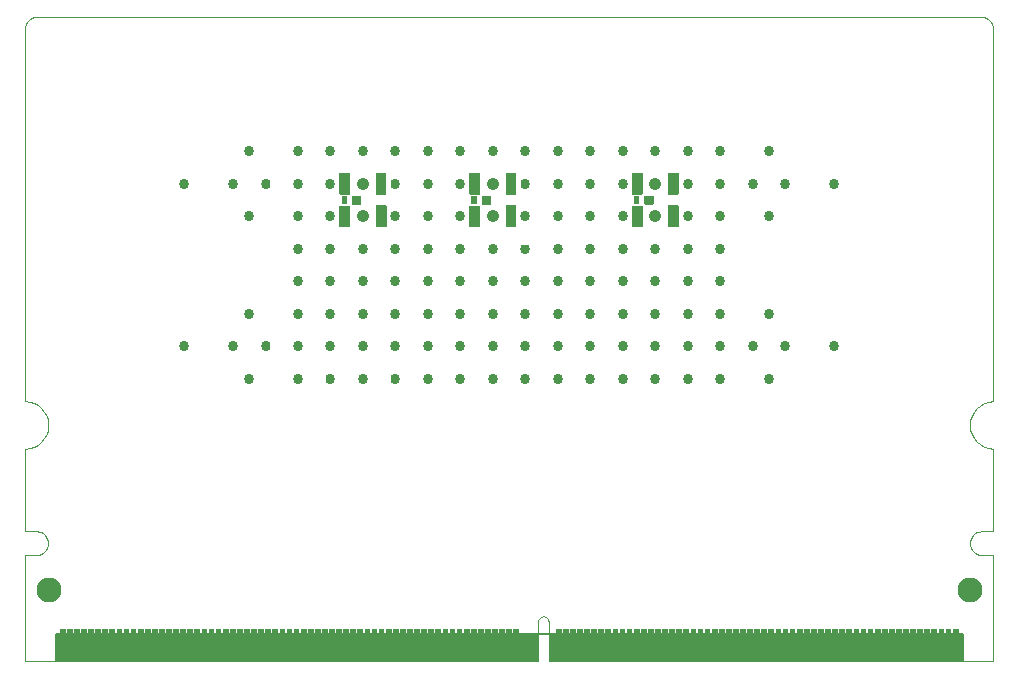
<source format=gbr>
*
%FSLAX26Y26*%
%MOIN*%
%ADD10R,0.020748X0.020748*%
%ADD11C,0.041750*%
%ADD12C,0.041500*%
%ADD13R,0.025157X0.025157*%
%ADD14C,0.005039*%
%ADD15R,0.005039X0.005039*%
%ADD16R,0.014449X0.014449*%
%ADD17C,0.002362*%
%ADD18R,0.002362X0.002362*%
%ADD19C,0.034000*%
%ADD20C,0.077250*%
%ADD21C,0.004000*%
%ADD22C,0.082835*%
%ADD23C,0.005906*%
%ADD24R,0.033346X0.033346*%
%ADD25C,0.003150*%
%ADD26R,0.003150X0.003150*%
%ADD27C,0.001500*%
%ADD28C,0.000750*%
%ADD29C,0.001250*%
%ADD30R,0.001000X0.001000*%
%ADD31C,0.001000*%
%ADD32R,0.001750X0.001750*%
%ADD33R,0.001500X0.001500*%
%ADD34R,0.004500X0.004500*%
%ADD35R,0.002000X0.002000*%
%IPPOS*%
%LNgbs.gbr*%
%LPD*%
G75*
G54D10*
X3102485Y23577D02*
Y98381D01*
X3078863Y23577D02*
Y98381D01*
X3055241Y23577D02*
Y98381D01*
X3031619Y23577D02*
Y98381D01*
X3007997Y23577D02*
Y98381D01*
X2984375Y23577D02*
Y98381D01*
X2960753Y23577D02*
Y98381D01*
X2937131Y23577D02*
Y98381D01*
X2913509Y23577D02*
Y98381D01*
X2889887Y23577D02*
Y98381D01*
X2866265Y23577D02*
Y98381D01*
X2842643Y23577D02*
Y98381D01*
X2819021Y23577D02*
Y98381D01*
X2795399Y23577D02*
Y98381D01*
X2771777Y23577D02*
Y98381D01*
X2748155Y23577D02*
Y98381D01*
X2724533Y23577D02*
Y98381D01*
X2700911Y23577D02*
Y98381D01*
X2677289Y23577D02*
Y98381D01*
X2653667Y23577D02*
Y98381D01*
X2630044Y23577D02*
Y98381D01*
X2606422Y23577D02*
Y98381D01*
X2582800Y23577D02*
Y98381D01*
X2559178Y23577D02*
Y98381D01*
X2535556Y23577D02*
Y98381D01*
X2511934Y23577D02*
Y98381D01*
X2488312Y23577D02*
Y98381D01*
X2464690Y23577D02*
Y98381D01*
X2441068Y23577D02*
Y98381D01*
X2417446Y23577D02*
Y98381D01*
X2393824Y23577D02*
Y98381D01*
X2370202Y23577D02*
Y98381D01*
X2346580Y23577D02*
Y98381D01*
X2322958Y23577D02*
Y98381D01*
X2299336Y23577D02*
Y98381D01*
X2275714Y23577D02*
Y98381D01*
X2252092Y23577D02*
Y98381D01*
X2228470Y23577D02*
Y98381D01*
X2204848Y23577D02*
Y98381D01*
X2181226Y23577D02*
Y98381D01*
X2157604Y23577D02*
Y98381D01*
X2133981Y23577D02*
Y98381D01*
X2110359Y23577D02*
Y98381D01*
X2086737Y23577D02*
Y98381D01*
X2063115Y23577D02*
Y98381D01*
X2039493Y23577D02*
Y98381D01*
X2015871Y23577D02*
Y98381D01*
X1992249Y23577D02*
Y98381D01*
X1968627Y23577D02*
Y98381D01*
X1945005Y23577D02*
Y98381D01*
X1921383Y23577D02*
Y98381D01*
X1897761Y23577D02*
Y98381D01*
X1874139Y23577D02*
Y98381D01*
X1850517Y23577D02*
Y98381D01*
X1826895Y23577D02*
Y98381D01*
X1803273Y23577D02*
Y98381D01*
X1779651Y23577D02*
Y98381D01*
X1637919Y23577D02*
Y98381D01*
X1614296Y23577D02*
Y98381D01*
X1590674Y23577D02*
Y98381D01*
X1567052Y23577D02*
Y98381D01*
X1543430Y23577D02*
Y98381D01*
X1519808Y23577D02*
Y98381D01*
X1496186Y23577D02*
Y98381D01*
X1472564Y23577D02*
Y98381D01*
X1448942Y23577D02*
Y98381D01*
X1425320Y23577D02*
Y98381D01*
X1401698Y23577D02*
Y98381D01*
X1378076Y23577D02*
Y98381D01*
X1354454Y23577D02*
Y98381D01*
X1330832Y23577D02*
Y98381D01*
X1307210Y23577D02*
Y98381D01*
X1283588Y23577D02*
Y98381D01*
X1259966Y23577D02*
Y98381D01*
X1236344Y23577D02*
Y98381D01*
X1212722Y23577D02*
Y98381D01*
X1189100Y23577D02*
Y98381D01*
X1165478Y23577D02*
Y98381D01*
X1141856Y23577D02*
Y98381D01*
X1118233Y23577D02*
Y98381D01*
X1094611Y23577D02*
Y98381D01*
X1070989Y23577D02*
Y98381D01*
X1047367Y23577D02*
Y98381D01*
X1023745Y23577D02*
Y98381D01*
X1000123Y23577D02*
Y98381D01*
X976501Y23577D02*
Y98381D01*
X952879Y23577D02*
Y98381D01*
X929257Y23577D02*
Y98381D01*
X905635Y23577D02*
Y98381D01*
X882013Y23577D02*
Y98381D01*
X858391Y23577D02*
Y98381D01*
X834769Y23577D02*
Y98381D01*
X811147Y23577D02*
Y98381D01*
X787525Y23577D02*
Y98381D01*
X763903Y23577D02*
Y98381D01*
X740281Y23577D02*
Y98381D01*
X716659Y23577D02*
Y98381D01*
X693037Y23577D02*
Y98381D01*
X669415Y23577D02*
Y98381D01*
X645793Y23577D02*
Y98381D01*
X622170Y23577D02*
Y98381D01*
X598548Y23577D02*
Y98381D01*
X574926Y23577D02*
Y98381D01*
X551304Y23577D02*
Y98381D01*
X527682Y23577D02*
Y98381D01*
X504060Y23577D02*
Y98381D01*
X480438Y23577D02*
Y98381D01*
X456816Y23577D02*
Y98381D01*
X433194Y23577D02*
Y98381D01*
X409572Y23577D02*
Y98381D01*
X385950Y23577D02*
Y98381D01*
X362328Y23577D02*
Y98381D01*
X338706Y23577D02*
Y98381D01*
X315084Y23577D02*
Y98381D01*
X291462Y23577D02*
Y98381D01*
X267840Y23577D02*
Y98381D01*
X244218Y23577D02*
Y98381D01*
X220596Y23577D02*
Y98381D01*
X196974Y23577D02*
Y98381D01*
X173352Y23577D02*
Y98381D01*
X149730Y23577D02*
Y98381D01*
X126107Y23577D02*
Y98381D01*
G54D11*
X1127092Y1591097D03*
G54D12*
Y1482829D03*
G54D11*
X2101501Y1591097D03*
G54D12*
Y1482829D03*
G54D11*
X1560163Y1591097D03*
Y1482829D03*
G54D13*
X1101737Y1536963D02*
X1109138D01*
G54D14*
X1091678Y1549542D03*
X1119198D03*
G54D15*
X1094197D02*
X1116679D01*
G54D14*
X1091678Y1524384D03*
X1119198D03*
G54D15*
X1094197D02*
X1116679D01*
G54D16*
X1064100Y1529089D02*
Y1544838D01*
G54D17*
X1056876Y1523046D03*
Y1550880D03*
G54D18*
Y1524227D02*
Y1549699D01*
G54D17*
X1071324Y1523046D03*
Y1550880D03*
G54D18*
Y1524227D02*
Y1549699D01*
G54D13*
X2076147Y1536963D02*
X2083549D01*
G54D14*
X2066088Y1549542D03*
X2093608D03*
G54D15*
X2068607D02*
X2091089D01*
G54D14*
X2066088Y1524384D03*
X2093608D03*
G54D15*
X2068607D02*
X2091089D01*
G54D16*
X2038509Y1529089D02*
Y1544838D01*
G54D17*
X2031285Y1523046D03*
Y1550880D03*
G54D18*
Y1524227D02*
Y1549699D01*
G54D17*
X2045733Y1523046D03*
Y1550880D03*
G54D18*
Y1524227D02*
Y1549699D01*
G54D13*
X1534807Y1536963D02*
X1542209D01*
G54D14*
X1524749Y1549542D03*
X1552269D03*
G54D15*
X1527268D02*
X1549750D01*
G54D14*
X1524749Y1524384D03*
X1552269D03*
G54D15*
X1527268D02*
X1549750D01*
G54D16*
X1497170Y1529089D02*
Y1544838D01*
G54D17*
X1489946Y1523046D03*
Y1550880D03*
G54D18*
Y1524227D02*
Y1549699D01*
G54D17*
X1504394Y1523046D03*
Y1550880D03*
G54D18*
Y1524227D02*
Y1549699D01*
G54D19*
X531589Y1591050D03*
Y1049750D03*
X693989Y1591050D03*
Y1049750D03*
X748189Y1699350D03*
Y1482850D03*
Y1158050D03*
Y941450D03*
X802289Y1591050D03*
Y1049750D03*
X910589Y1699350D03*
Y1591050D03*
Y1482850D03*
Y1374550D03*
Y1266250D03*
Y1158050D03*
Y1049750D03*
Y941450D03*
X1018789Y1699350D03*
Y1591050D03*
Y1482850D03*
Y1374550D03*
Y1266250D03*
Y1158050D03*
Y1049750D03*
Y941450D03*
X1127089Y1699350D03*
Y1374550D03*
Y1266250D03*
Y1158050D03*
Y1049750D03*
Y941450D03*
X1235389Y1699350D03*
Y1591050D03*
Y1482850D03*
Y1374550D03*
Y1266250D03*
Y1158050D03*
Y1049750D03*
Y941450D03*
X1343589Y1699350D03*
Y1591050D03*
Y1482850D03*
Y1374550D03*
Y1266250D03*
Y1158050D03*
Y1049750D03*
Y941450D03*
X1451889Y1699350D03*
Y1591050D03*
Y1482850D03*
Y1374550D03*
Y1266250D03*
Y1158050D03*
Y1049750D03*
Y941450D03*
X1560189Y1699350D03*
Y1374550D03*
Y1266250D03*
Y1158050D03*
Y1049750D03*
Y941450D03*
X1668389Y1699350D03*
Y1591050D03*
Y1482850D03*
Y1374550D03*
Y1266250D03*
Y1158050D03*
Y1049750D03*
Y941450D03*
X1776689Y1699350D03*
Y1591050D03*
Y1482850D03*
Y1374550D03*
Y1266250D03*
Y1158050D03*
Y1049750D03*
Y941450D03*
X1884989Y1699350D03*
Y1591050D03*
Y1482850D03*
Y1374550D03*
Y1266250D03*
Y1158050D03*
Y1049750D03*
Y941450D03*
X1993189Y1699350D03*
Y1591050D03*
Y1482850D03*
Y1374550D03*
Y1266250D03*
Y1158050D03*
Y1049750D03*
Y941450D03*
X2101489Y1699350D03*
Y1374550D03*
Y1266250D03*
Y1158050D03*
Y1049750D03*
Y941450D03*
X2209789Y1699350D03*
Y1591050D03*
Y1482850D03*
Y1374550D03*
Y1266250D03*
Y1158050D03*
Y1049750D03*
Y941450D03*
X2317989Y1699350D03*
Y1591050D03*
Y1482850D03*
Y1374550D03*
Y1266250D03*
Y1158050D03*
Y1049750D03*
Y941450D03*
X2426289Y1591050D03*
Y1049750D03*
X2480389Y1699350D03*
Y1482850D03*
Y1158050D03*
Y941450D03*
X2534589Y1591050D03*
Y1049750D03*
X2696989Y1591050D03*
Y1049750D03*
G54D20*
X78889Y236150D03*
X3149689D03*
G54D21*
X0Y0D02*
Y354086D01*
X39286D01*
X47194Y355039D01*
X54560Y357322D01*
X61226Y360937D01*
X67034Y365726D01*
X71826Y371531D01*
X75445Y378196D01*
X77732Y385560D01*
X78531Y393468D01*
X77732Y401375D01*
X75445Y408740D01*
X71826Y415404D01*
X67034Y421209D01*
X61226Y425999D01*
X54560Y429613D01*
X47194Y431896D01*
X39286Y432692D01*
X-21Y432671D01*
Y708692D01*
X15782Y710294D01*
X30500Y714872D01*
X43819Y722107D01*
X55422Y731687D01*
X64996Y743296D01*
X72225Y756618D01*
X76794Y771338D01*
X78389Y787142D01*
X76798Y802949D01*
X72231Y817673D01*
X65003Y830998D01*
X55429Y842610D01*
X43825Y852193D01*
X30505Y859431D01*
X15785Y864009D01*
X-21Y865612D01*
Y2107311D01*
X779Y2115236D01*
X3073Y2122618D01*
X6702Y2129298D01*
X11508Y2135119D01*
X17332Y2139921D01*
X24015Y2143547D01*
X31399Y2145839D01*
X39326Y2146638D01*
X3188978Y2146632D01*
X3196904Y2145833D01*
X3204286Y2143542D01*
X3210967Y2139916D01*
X3216787Y2135113D01*
X3221589Y2129293D01*
X3225215Y2122613D01*
X3227506Y2115231D01*
X3228306Y2107306D01*
X3228069Y865586D01*
X3212301Y863944D01*
X3197620Y859342D01*
X3184339Y852093D01*
X3172771Y842511D01*
X3163228Y830911D01*
X3156024Y817606D01*
X3151472Y802909D01*
X3149881Y787136D01*
X3151472Y771370D01*
X3156024Y756682D01*
X3163224Y743383D01*
X3172761Y731787D01*
X3184322Y722209D01*
X3197594Y714959D01*
X3212267Y710354D01*
X3228026Y708705D01*
X3227908Y432663D01*
X3188907Y432684D01*
X3180999Y431889D01*
X3173633Y429606D01*
X3166967Y425991D01*
X3161159Y421202D01*
X3156367Y415396D01*
X3152748Y408732D01*
X3150461Y401367D01*
X3149662Y393460D01*
X3150461Y385552D01*
X3152748Y378188D01*
X3156367Y371524D01*
X3161159Y365718D01*
X3166967Y360929D01*
X3173633Y357315D01*
X3180999Y355031D01*
X3188907Y354236D01*
X3188891Y354157D01*
X3188907Y354078D01*
X3227888D01*
X3227770Y-7D01*
X1745781D01*
Y131948D01*
X1745290Y136069D01*
X1743844Y139960D01*
X1741524Y143402D01*
X1738460Y146202D01*
X1734824Y148203D01*
X1730820Y149294D01*
X1726671Y149414D01*
X1722610Y148555D01*
X1718865Y146766D01*
X1715646Y144146D01*
X1713132Y140844D01*
X1711464Y137043D01*
X1710737Y132957D01*
X1710708Y131948D01*
Y0D01*
X0D01*
G54D22*
X78889Y236150D03*
X3149689D03*
G36*
X102485Y0D02*
Y90506D01*
X1710708D01*
Y0D01*
X102485D01*
G37*
G36*
X1745781Y-7D02*
Y90506D01*
X3126107D01*
Y-7D01*
X1745781D01*
G37*
G54D23*
X102485Y2953D02*
Y90506D01*
X3126107D01*
Y2946D01*
G54D24*
X1066856Y1570821D02*
Y1611373D01*
G54D25*
X1050183Y1555723D03*
Y1626471D03*
G54D26*
Y1557298D02*
Y1624896D01*
G54D25*
X1083529Y1555723D03*
Y1626471D03*
G54D26*
Y1557298D02*
Y1624896D01*
G54D24*
X1187328Y1570821D02*
Y1611373D01*
G54D25*
X1170655Y1555723D03*
Y1626471D03*
G54D26*
Y1557298D02*
Y1624896D01*
G54D25*
X1204001Y1555723D03*
Y1626471D03*
G54D26*
Y1557298D02*
Y1624896D01*
G54D24*
X1066856Y1462553D02*
Y1503105D01*
G54D25*
X1050183Y1447455D03*
Y1518203D03*
G54D26*
Y1449030D02*
Y1516628D01*
G54D25*
X1083529Y1447455D03*
Y1518203D03*
G54D26*
Y1449030D02*
Y1516628D01*
G54D24*
X1187328Y1462553D02*
Y1503105D01*
G54D25*
X1170655Y1447455D03*
Y1518203D03*
G54D26*
Y1449030D02*
Y1516628D01*
G54D25*
X1204001Y1447455D03*
Y1518203D03*
G54D26*
Y1449030D02*
Y1516628D01*
G54D24*
X1620399Y1570821D02*
Y1611373D01*
G54D25*
X1603726Y1555723D03*
Y1626471D03*
G54D26*
Y1557298D02*
Y1624896D01*
G54D25*
X1637072Y1555723D03*
Y1626471D03*
G54D26*
Y1557298D02*
Y1624896D01*
G54D24*
X1499926Y1570821D02*
Y1611373D01*
G54D25*
X1483253Y1555723D03*
Y1626471D03*
G54D26*
Y1557298D02*
Y1624896D01*
G54D25*
X1516599Y1555723D03*
Y1626471D03*
G54D26*
Y1557298D02*
Y1624896D01*
G54D24*
X1620399Y1462553D02*
Y1503105D01*
G54D25*
X1603726Y1447455D03*
Y1518203D03*
G54D26*
Y1449030D02*
Y1516628D01*
G54D25*
X1637072Y1447455D03*
Y1518203D03*
G54D26*
Y1449030D02*
Y1516628D01*
G54D24*
X1499926Y1462553D02*
Y1503105D01*
G54D25*
X1483253Y1447455D03*
Y1518203D03*
G54D26*
Y1449030D02*
Y1516628D01*
G54D25*
X1516599Y1447455D03*
Y1518203D03*
G54D26*
Y1449030D02*
Y1516628D01*
G54D24*
X2161737Y1570821D02*
Y1611373D01*
G54D25*
X2145064Y1555723D03*
Y1626471D03*
G54D26*
Y1557298D02*
Y1624896D01*
G54D25*
X2178410Y1555723D03*
Y1626471D03*
G54D26*
Y1557298D02*
Y1624896D01*
G54D24*
X2041265Y1570821D02*
Y1611373D01*
G54D25*
X2024592Y1555723D03*
Y1626471D03*
G54D26*
Y1557298D02*
Y1624896D01*
G54D25*
X2057938Y1555723D03*
Y1626471D03*
G54D26*
Y1557298D02*
Y1624896D01*
G54D24*
X2161737Y1462553D02*
Y1503105D01*
G54D25*
X2145064Y1447455D03*
Y1518203D03*
G54D26*
Y1449030D02*
Y1516628D01*
G54D25*
X2178410Y1447455D03*
Y1518203D03*
G54D26*
Y1449030D02*
Y1516628D01*
G54D24*
X2041265Y1462553D02*
Y1503105D01*
G54D25*
X2024592Y1447455D03*
Y1518203D03*
G54D26*
Y1449030D02*
Y1516628D01*
G54D25*
X2057938Y1447455D03*
Y1518203D03*
G54D26*
Y1449030D02*
Y1516628D01*
%LPC*%
G75*
X2057938Y1516628D02*
G54D27*
X1167212Y1556069D02*
X1169819Y1553462D01*
G54D28*
X1600522Y1555385D02*
X1602207Y1553700D01*
G54D29*
X2141646Y1555995D02*
X2144156Y1553486D01*
G54D30*
X819276Y1595649D02*
Y1586452D01*
Y1054349D02*
Y1045152D01*
X927568Y1595693D02*
Y1586408D01*
Y1487493D02*
Y1478208D01*
Y1379193D02*
Y1369908D01*
Y1270893D02*
Y1261608D01*
Y1162693D02*
Y1153408D01*
Y1054393D02*
Y1045108D01*
X893593Y936896D02*
Y946005D01*
X927568Y946093D02*
Y936808D01*
X1035785Y1379101D02*
Y1370000D01*
Y1270801D02*
Y1261700D01*
Y1162601D02*
Y1153500D01*
Y1054301D02*
Y1045200D01*
X1001810Y936804D02*
Y946097D01*
X1035785Y946001D02*
Y936900D01*
X1144077Y1379145D02*
Y1369956D01*
G54D31*
X1143424Y1381377D02*
X1144569Y1371737D01*
G54D30*
X1144077Y1270845D02*
Y1261656D01*
Y1162645D02*
Y1153456D01*
Y1054345D02*
Y1045156D01*
X1110102Y936847D02*
Y946054D01*
X1144077Y946045D02*
Y936856D01*
X1218394Y1586491D02*
Y1595609D01*
G54D28*
X1253013Y1375307D02*
X1251236Y1366803D01*
X1253013Y1375307D02*
X1251236Y1366803D01*
G54D30*
X1252369Y1270889D02*
Y1261612D01*
Y1162689D02*
Y1153412D01*
Y1054389D02*
Y1045112D01*
X1218394Y936891D02*
Y946009D01*
X1252369Y946089D02*
Y936812D01*
X1360586Y1595596D02*
Y1586505D01*
Y1487396D02*
Y1478305D01*
Y1379096D02*
Y1370005D01*
Y1270796D02*
Y1261705D01*
Y1162596D02*
Y1153505D01*
Y1054296D02*
Y1045205D01*
X1326611Y936799D02*
Y946101D01*
X1360586Y945996D02*
Y936905D01*
X1468878Y1379141D02*
Y1369960D01*
Y1270841D02*
Y1261660D01*
Y1162641D02*
Y1153460D01*
Y1054341D02*
Y1045160D01*
X1434902Y936843D02*
Y946058D01*
X1468878Y946041D02*
Y936860D01*
G54D31*
X1576613Y1381204D02*
X1577610Y1371303D01*
G54D30*
X1577170Y1379184D02*
Y1369916D01*
Y1270884D02*
Y1261616D01*
Y1162684D02*
Y1153416D01*
Y1054384D02*
Y1045116D01*
X1543194Y936887D02*
Y946014D01*
X1577170Y946084D02*
Y936816D01*
G54D32*
X1651775Y1584991D02*
Y1597110D01*
G54D28*
X1661696Y1390785D02*
X1668813Y1392105D01*
X1661696Y1390785D02*
X1668813Y1392105D01*
X1685993Y1374706D02*
X1684210Y1366829D01*
X1685993Y1374706D02*
X1684210Y1366829D01*
G54D30*
X1685387Y1270792D02*
Y1261709D01*
Y1162592D02*
Y1153509D01*
Y1054292D02*
Y1045209D01*
Y945992D02*
Y936909D01*
X1651411Y936795D02*
Y946106D01*
X1793679Y1595636D02*
Y1586464D01*
Y1487436D02*
Y1478264D01*
Y1379136D02*
Y1369964D01*
Y1270836D02*
Y1261664D01*
Y1162636D02*
Y1153464D01*
Y1054336D02*
Y1045164D01*
Y946036D02*
Y936864D01*
X1759703Y936839D02*
Y946062D01*
X1901971Y1595680D02*
Y1586421D01*
Y1487480D02*
Y1478221D01*
Y1379180D02*
Y1369921D01*
Y1270880D02*
Y1261621D01*
Y1162680D02*
Y1153421D01*
Y1054380D02*
Y1045121D01*
Y946080D02*
Y936821D01*
X1867995Y936883D02*
Y946018D01*
X2010188Y1379088D02*
Y1370013D01*
Y1270788D02*
Y1261713D01*
Y1162588D02*
Y1153513D01*
Y1054288D02*
Y1045213D01*
X1976212Y936791D02*
Y946110D01*
X2010188Y945988D02*
Y936913D01*
G54D31*
X2117829Y1381360D02*
X2118969Y1371752D01*
X2117789Y1381581D02*
X2118931Y1371250D01*
X2117789Y1381581D02*
X2118931Y1371250D01*
X2118429Y1379954D02*
X2118432Y1369158D01*
X2118437Y1271604D02*
X2118440Y1260907D01*
X2118445Y1163355D02*
X2118448Y1152756D01*
X2118453Y1055005D02*
X2118456Y1044506D01*
G54D30*
X2084504Y936834D02*
Y946066D01*
G54D31*
X2118461Y946654D02*
X2118464Y936257D01*
G54D33*
X2192993Y1585540D02*
Y1596561D01*
G54D28*
X2227411Y1375290D02*
X2225643Y1366821D01*
X2227411Y1375290D02*
X2225643Y1366821D01*
G54D30*
X2226771Y1270876D02*
Y1261625D01*
Y1162676D02*
Y1153425D01*
Y1054376D02*
Y1045125D01*
X2192796Y936878D02*
Y946022D01*
X2226771Y946076D02*
Y936825D01*
X2334988Y1487383D02*
Y1478318D01*
Y1379083D02*
Y1370018D01*
Y1270783D02*
Y1261718D01*
Y1162583D02*
Y1153518D01*
Y1054283D02*
Y1045218D01*
X2301013Y936787D02*
Y946114D01*
X2334988Y945983D02*
Y936918D01*
X2409305Y1045130D02*
Y1054371D01*
G54D34*
X1084241Y1553105D02*
X1044412D01*
X1045362Y1520821D02*
X1084241D01*
X1482549Y1553105D02*
X1517312D01*
Y1520821D02*
X1480333D01*
X2022765Y1553105D02*
X2058650D01*
Y1520821D02*
X2018018D01*
G54D35*
X1206360Y1629126D02*
Y1551720D01*
G54D34*
X137940Y109319D02*
Y95480D01*
X161562Y109319D02*
Y95480D01*
X185184Y109319D02*
Y95480D01*
X208806Y109319D02*
Y95480D01*
X232428Y109319D02*
Y95480D01*
X256050Y109319D02*
Y95480D01*
X279672Y109319D02*
Y95480D01*
X303294Y109319D02*
Y95480D01*
X326916Y109319D02*
Y95480D01*
X350538Y109319D02*
Y95480D01*
X374160Y109319D02*
Y95480D01*
X397782Y109319D02*
Y95480D01*
X421404Y109319D02*
Y95480D01*
X445026Y109319D02*
Y95480D01*
X468648Y109319D02*
Y95480D01*
X492270Y109319D02*
Y95480D01*
X515892Y109319D02*
Y95480D01*
X539514Y109319D02*
Y95480D01*
X563137Y109319D02*
Y95480D01*
X586759Y109319D02*
Y95480D01*
X610381Y109319D02*
Y95480D01*
X634003Y109319D02*
Y95480D01*
X657625Y109319D02*
Y95480D01*
X681247Y109319D02*
Y95480D01*
X704869Y109319D02*
Y95480D01*
X728491Y109319D02*
Y95480D01*
X752113Y109319D02*
Y95480D01*
X775735Y109319D02*
Y95480D01*
X799357Y109319D02*
Y95480D01*
X822979Y109319D02*
Y95480D01*
X846601Y109319D02*
Y95480D01*
X870223Y109319D02*
Y95480D01*
X893845Y109319D02*
Y95480D01*
X917467Y109319D02*
Y95480D01*
X941089Y109319D02*
Y95480D01*
X964711Y109319D02*
Y95480D01*
X988333Y109319D02*
Y95480D01*
X1011955Y109319D02*
Y95480D01*
X1035577Y109319D02*
Y95480D01*
X1059200Y109319D02*
Y95480D01*
X1082822Y109319D02*
Y95480D01*
X1106444Y109319D02*
Y95480D01*
X1130066Y109319D02*
Y95480D01*
X1153688Y109319D02*
Y95480D01*
X1177310Y109319D02*
Y95480D01*
X1200932Y109319D02*
Y95480D01*
X1224554Y109319D02*
Y95480D01*
X1248176Y109319D02*
Y95480D01*
X1271798Y109319D02*
Y95480D01*
X1295420Y109319D02*
Y95480D01*
X1319042Y109319D02*
Y95480D01*
X1342664Y109319D02*
Y95480D01*
X1366286Y109319D02*
Y95480D01*
X1389908Y109319D02*
Y95480D01*
X1413530Y109319D02*
Y95480D01*
X1437152Y109319D02*
Y95480D01*
X1460774Y109319D02*
Y95480D01*
X1484396Y109319D02*
Y95480D01*
X1508018Y109319D02*
Y95480D01*
X1531640Y109319D02*
Y95480D01*
X1555263Y109319D02*
Y95480D01*
X1578885Y109319D02*
Y95480D01*
X1602507Y109319D02*
Y95480D01*
X1626129Y109319D02*
Y95480D01*
X1791483Y109319D02*
Y95480D01*
X1815105Y109319D02*
Y95480D01*
X1838727Y109319D02*
Y95480D01*
X1862349Y109319D02*
Y95480D01*
X1885971Y109319D02*
Y95480D01*
X1909593Y109319D02*
Y95480D01*
X1933215Y109319D02*
Y95480D01*
X1956837Y109319D02*
Y95480D01*
X1980459Y109319D02*
Y95480D01*
X2004081Y109319D02*
Y95480D01*
X2027703Y109319D02*
Y95480D01*
X2051325Y109319D02*
Y95480D01*
X2074948Y109319D02*
Y95480D01*
X2098570Y109319D02*
Y95480D01*
X2122192Y109319D02*
Y95480D01*
X2145814Y109319D02*
Y95480D01*
X2169436Y109319D02*
Y95480D01*
X2193058Y109319D02*
Y95480D01*
X2216680Y109319D02*
Y95480D01*
X2240302Y109319D02*
Y95480D01*
X2263924Y109319D02*
Y95480D01*
X2287546Y109319D02*
Y95480D01*
X2311168Y109319D02*
Y95480D01*
X2334790Y109319D02*
Y95480D01*
X2358412Y109319D02*
Y95480D01*
X2382034Y109319D02*
Y95480D01*
X2405656Y109319D02*
Y95480D01*
X2429278Y109319D02*
Y95480D01*
X2452900Y109319D02*
Y95480D01*
X2476522Y109319D02*
Y95480D01*
X2500144Y109319D02*
Y95480D01*
X2523766Y109319D02*
Y95480D01*
X2547388Y109319D02*
Y95480D01*
X2571011Y109319D02*
Y95480D01*
X2594633Y109319D02*
Y95480D01*
X2618255Y109319D02*
Y95480D01*
X2641877Y109319D02*
Y95480D01*
X2665499Y109319D02*
Y95480D01*
X2689121Y109319D02*
Y95480D01*
X2712743Y109319D02*
Y95480D01*
X2736365Y109319D02*
Y95480D01*
X2759987Y109319D02*
Y95480D01*
X2783609Y109319D02*
Y95480D01*
X2807231Y109319D02*
Y95480D01*
X2830853Y109319D02*
Y95480D01*
X2854475Y109319D02*
Y95480D01*
X2878097Y109319D02*
Y95480D01*
X2925341Y109319D02*
Y95480D01*
X2948963Y109319D02*
Y95480D01*
X2972585Y109319D02*
Y95480D01*
X2996207Y109319D02*
Y95480D01*
X3019829Y109319D02*
Y95480D01*
X3043451Y109319D02*
Y95480D01*
X3067074Y109319D02*
Y95480D01*
X3090696Y109319D02*
Y95480D01*
X2901719Y109319D02*
Y95480D01*
M02*

</source>
